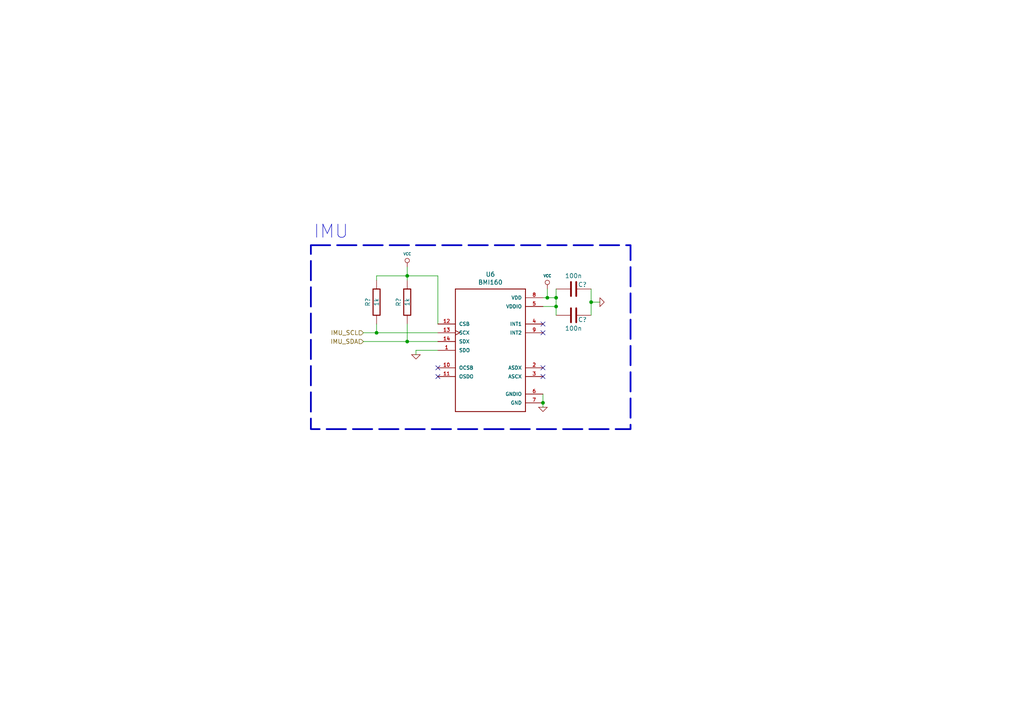
<source format=kicad_sch>
(kicad_sch (version 20231120) (generator "eeschema") (generator_version "8.0")
  (paper "A4")
  (title_block (title "MyVESC") (comment 2 "BREKESHEV BAKTIYAR"))
  (lib_symbols
    (symbol "BLDC_4-rescue:C-RESCUE-BLDC_4" (pin_numbers hide) (pin_names (offset 0.254))
      (property "Reference" "C" (at 0 2.54 0))
      (property "Value" "C-RESCUE-BLDC_4" (at 0.1524 -2.159 0))
      (symbol "C-RESCUE-BLDC_4_0_1"
        (polyline (pts (xy -2.032 -0.762) (xy 2.032 -0.762)) (stroke (width 0.508)))
        (polyline (pts (xy -2.032 0.762) (xy 2.032 0.762)) (stroke (width 0.508)))
      )
      (symbol "C-RESCUE-BLDC_4_1_1"
        (pin passive line (at 0 5.08 270) (length 4.318) (name "~") (number "1"))
        (pin passive line (at 0 -5.08 90) (length 4.318) (name "~") (number "2"))
      )
    )
    (symbol "BLDC_4-rescue:GND-RESCUE-BLDC_4" (power) (pin_names (offset 0))
      (symbol "GND-RESCUE-BLDC_4_0_1"
        (polyline (pts (xy -1.27 0) (xy 0 -1.27) (xy 1.27 0) (xy -1.27 0)))
      )
      (symbol "GND-RESCUE-BLDC_4_1_1"
        (pin power_in line (at 0 0 90) (length 0) hide (name "GND") (number "1"))
      )
    )
    (symbol "BLDC_4-rescue:R-RESCUE-BLDC_4" (pin_numbers hide) (pin_names (offset 0))
      (property "Reference" "R" (at 2.032 0 90))
      (property "Value" "R-RESCUE-BLDC_4" (at 0.1778 0.0254 90))
      (symbol "R-RESCUE-BLDC_4_0_1"
        (rectangle (start -1.016 3.81) (end 1.016 -3.81) (stroke (width 0.3048)))
      )
      (symbol "R-RESCUE-BLDC_4_1_1"
        (pin passive line (at 0 6.35 270) (length 2.54) (name "~") (number "1"))
        (pin passive line (at 0 -6.35 90) (length 2.54) (name "~") (number "2"))
      )
    )
    (symbol "BLDC_4-rescue:VCC" (power) (pin_names (offset 0))
      (property "Value" "VCC" (at 0 3.81 0))
      (symbol "VCC_0_1"
        (polyline (pts (xy 0 0) (xy 0 1.27)))
        (circle (center 0 1.905) (radius 0.635))
      )
      (symbol "VCC_1_1"
        (pin power_in line (at 0 0 90) (length 0) hide (name "VCC") (number "1"))
      )
    )
    (symbol "Cheap-FOCer-2-60mm-rescue:BMI160-IMU" (pin_names (offset 1.016))
      (property "Reference" "U" (at -10.16 18.415 0))
      (property "Value" "BMI160-IMU" (at -10.16 -20.32 0))
      (symbol "BMI160-IMU_0_0"
        (polyline (pts (xy -10.16 -17.78) (xy -10.16 17.78)) (stroke (width 0.254)))
        (polyline (pts (xy -10.16 17.78) (xy 10.16 17.78)) (stroke (width 0.254)))
        (polyline (pts (xy 10.16 -17.78) (xy -10.16 -17.78)) (stroke (width 0.254)))
        (polyline (pts (xy 10.16 17.78) (xy 10.16 -17.78)) (stroke (width 0.254)))
        (pin bidirectional line (at -15.24 0 0) (length 5.08) (name "SDO") (number "1"))
        (pin bidirectional line (at -15.24 -5.08 0) (length 5.08) (name "OCSB") (number "10"))
        (pin bidirectional line (at -15.24 -7.62 0) (length 5.08) (name "OSDO") (number "11"))
        (pin input line (at -15.24 7.62 0) (length 5.08) (name "CSB") (number "12"))
        (pin input clock (at -15.24 5.08 0) (length 5.08) (name "SCX") (number "13"))
        (pin bidirectional line (at -15.24 2.54 0) (length 5.08) (name "SDX") (number "14"))
        (pin bidirectional line (at 15.24 -5.08 180) (length 5.08) (name "ASDX") (number "2"))
        (pin output line (at 15.24 -7.62 180) (length 5.08) (name "ASCX") (number "3"))
        (pin bidirectional line (at 15.24 7.62 180) (length 5.08) (name "INT1") (number "4"))
        (pin power_in line (at 15.24 12.7 180) (length 5.08) (name "VDDIO") (number "5"))
        (pin power_in line (at 15.24 -12.7 180) (length 5.08) (name "GNDIO") (number "6"))
        (pin power_in line (at 15.24 -15.24 180) (length 5.08) (name "GND") (number "7"))
        (pin power_in line (at 15.24 15.24 180) (length 5.08) (name "VDD") (number "8"))
        (pin bidirectional line (at 15.24 5.08 180) (length 5.08) (name "INT2") (number "9"))
      )
    )
  )
  (junction (at 157.48 116.84))
  (junction (at 118.11 80.01))
  (junction (at 161.29 88.9))
  (junction (at 158.75 86.36))
  (junction (at 171.45 87.63))
  (junction (at 118.11 99.06))
  (junction (at 161.29 86.36))
  (junction (at 109.22 96.52))
  (no_connect (at 157.48 96.52))
  (no_connect (at 157.48 109.22))
  (no_connect (at 127 109.22))
  (no_connect (at 127 106.68))
  (no_connect (at 157.48 93.98))
  (no_connect (at 157.48 106.68))
  (wire (pts (xy 118.11 80.01) (xy 127 80.01)))
  (wire (pts (xy 120.65 101.6) (xy 120.65 102.87)))
  (wire (pts (xy 158.75 83.82) (xy 158.75 86.36)))
  (wire (pts (xy 118.11 99.06) (xy 127 99.06)))
  (wire (pts (xy 109.22 81.28) (xy 109.22 80.01)))
  (wire (pts (xy 171.45 87.63) (xy 171.45 91.44)))
  (wire (pts (xy 161.29 86.36) (xy 161.29 88.9)))
  (wire (pts (xy 118.11 80.01) (xy 118.11 77.47)))
  (wire (pts (xy 127 101.6) (xy 120.65 101.6)))
  (wire (pts (xy 118.11 99.06) (xy 105.41 99.06)))
  (wire (pts (xy 157.48 114.3) (xy 157.48 116.84)))
  (wire (pts (xy 118.11 93.98) (xy 118.11 99.06)))
  (wire (pts (xy 109.22 96.52) (xy 109.22 93.98)))
  (wire (pts (xy 157.48 116.84) (xy 157.48 118.11)))
  (wire (pts (xy 158.75 86.36) (xy 161.29 86.36)))
  (wire (pts (xy 171.45 83.82) (xy 171.45 87.63)))
  (wire (pts (xy 127 80.01) (xy 127 93.98)))
  (wire (pts (xy 157.48 86.36) (xy 158.75 86.36)))
  (wire (pts (xy 118.11 81.28) (xy 118.11 80.01)))
  (wire (pts (xy 105.41 96.52) (xy 109.22 96.52)))
  (wire (pts (xy 173.99 87.63) (xy 171.45 87.63)))
  (wire (pts (xy 161.29 88.9) (xy 161.29 91.44)))
  (wire (pts (xy 127 96.52) (xy 109.22 96.52)))
  (wire (pts (xy 157.48 88.9) (xy 161.29 88.9)))
  (wire (pts (xy 161.29 83.82) (xy 161.29 86.36)))
  (wire (pts (xy 109.22 80.01) (xy 118.11 80.01)))
  (rectangle (start 90.17 71.12) (end 182.88 124.46) (stroke (width 0.508) (type dash)))
  (text "IMU\n" (at 96.012 67.31 0) (effects (font (size 3.81 3.81))))
  (hierarchical_label "IMU_SDA" (shape input) (at 105.41 99.06 180))
  (hierarchical_label "IMU_SCL" (shape input) (at 105.41 96.52 180))
  (symbol (lib_id "BLDC_4-rescue:R-RESCUE-BLDC_4") (at 118.11 87.63 180) (unit 1)
    (property "Reference" "R?" (at 115.57 87.63 90))
    (property "Value" "1k" (at 118.11 87.63 90))
    (property "Footprint" "Resistor_SMD:R_0603_1608Metric" (effects (hide yes)))
    (instances (project "Cheap FOCer 2 60mm" (path "" (reference "R?") (unit 1)) (path "" (reference "R70") (unit 1))) (project "MyVesc" (path "" (reference "R14") (unit 1))))
  )
  (symbol (lib_id "BLDC_4-rescue:R-RESCUE-BLDC_4") (at 109.22 87.63 0) (unit 1)
    (property "Reference" "R?" (at 106.68 87.63 90))
    (property "Value" "1k" (at 109.22 87.63 90))
    (property "Footprint" "Resistor_SMD:R_0603_1608Metric" (effects (hide yes)))
    (instances (project "Cheap FOCer 2 60mm" (path "" (reference "R?") (unit 1)) (path "" (reference "R69") (unit 1))) (project "MyVesc" (path "" (reference "R13") (unit 1))))
  )
  (symbol (lib_id "BLDC_4-rescue:GND-RESCUE-BLDC_4") (at 157.48 118.11 0) (unit 1)
    (property "Reference" "#PWR?" (effects (hide yes)))
    (property "Value" "GND" (effects (hide yes)))
    (instances (project "Cheap FOCer 2 60mm" (path "" (reference "#PWR?") (unit 1)) (path "" (reference "#PWR0111") (unit 1)) (path "" (reference "#PWR?") (unit 1))) (project "MyVesc" (path "" (reference "#PWR034") (unit 1))))
  )
  (symbol (lib_id "BLDC_4-rescue:GND-RESCUE-BLDC_4") (at 120.65 102.87 0) (unit 1)
    (property "Reference" "#PWR?" (effects (hide yes)))
    (property "Value" "GND" (effects (hide yes)))
    (instances (project "Cheap FOCer 2 60mm" (path "" (reference "#PWR?") (unit 1)) (path "" (reference "#PWR0110") (unit 1)) (path "" (reference "#PWR?") (unit 1))) (project "MyVesc" (path "" (reference "#PWR033") (unit 1))))
  )
  (symbol (lib_id "Cheap-FOCer-2-60mm-rescue:BMI160-IMU") (at 142.24 101.6 0) (unit 1)
    (property "Reference" "U6" (at 142.24 79.5782 0))
    (property "Value" "BMI160" (at 142.24 81.8896 0))
    (property "Footprint" "Package_LGA:Bosch_LGA-14_3x2.5mm_P0.5mm" (effects (hide yes)))
    (property "Field4" "Bosch" (effects (hide yes)))
    (property "Field5" "Unavailable" (effects (hide yes)))
    (property "Field6" "LGA-14 Bosch" (effects (hide yes)))
    (property "Field7" "None" (effects (hide yes)))
    (property "Field8" "BMI160" (effects (hide yes)))
    (instances (project "Cheap FOCer 2 60mm" (path "" (reference "U6") (unit 1)) (path "" (reference "U6") (unit 1))) (project "MyVesc" (path "" (reference "U2") (unit 1))))
  )
  (symbol (lib_id "BLDC_4-rescue:C-RESCUE-BLDC_4") (at 166.37 83.82 270) (unit 1)
    (property "Reference" "C?" (at 167.64 82.55 90) (effects (justify left)))
    (property "Value" "100n" (at 163.83 80.01 90) (effects (justify left)))
    (property "Footprint" "Capacitor_SMD:C_0603_1608Metric" (effects (hide yes)))
    (instances (project "Cheap FOCer 2 60mm" (path "" (reference "C?") (unit 1)) (path "" (reference "C60") (unit 1)) (path "" (reference "C?") (unit 1))) (project "MyVesc" (path "" (reference "C4") (unit 1))))
  )
  (symbol (lib_id "BLDC_4-rescue:C-RESCUE-BLDC_4") (at 166.37 91.44 270) (unit 1)
    (property "Reference" "C?" (at 167.64 92.71 90) (effects (justify left)))
    (property "Value" "100n" (at 163.83 95.25 90) (effects (justify left)))
    (property "Footprint" "Capacitor_SMD:C_0603_1608Metric" (effects (hide yes)))
    (instances (project "Cheap FOCer 2 60mm" (path "" (reference "C?") (unit 1)) (path "" (reference "C64") (unit 1)) (path "" (reference "C?") (unit 1))) (project "MyVesc" (path "" (reference "C5") (unit 1))))
  )
  (symbol (lib_id "BLDC_4-rescue:VCC") (at 118.11 77.47 0) (unit 1)
    (property "Reference" "#PWR?" (effects (hide yes)))
    (property "Value" "VCC" (at 118.11 73.66 0) (effects (font (size 0.762 0.762))))
    (instances (project "Cheap FOCer 2 60mm" (path "" (reference "#PWR?") (unit 1)) (path "" (reference "#PWR0108") (unit 1))) (project "MyVesc" (path "" (reference "#PWR030") (unit 1))))
  )
  (symbol (lib_id "BLDC_4-rescue:VCC") (at 158.75 83.82 0) (unit 1)
    (property "Reference" "#PWR?" (effects (hide yes)))
    (property "Value" "VCC" (at 158.75 80.01 0) (effects (font (size 0.762 0.762))))
    (instances (project "Cheap FOCer 2 60mm" (path "" (reference "#PWR?") (unit 1)) (path "" (reference "#PWR0109") (unit 1))) (project "MyVesc" (path "" (reference "#PWR031") (unit 1))))
  )
  (symbol (lib_id "BLDC_4-rescue:GND-RESCUE-BLDC_4") (at 173.99 87.63 90) (unit 1)
    (property "Reference" "#PWR?" (effects (hide yes)))
    (property "Value" "GND" (effects (hide yes)))
    (instances (project "Cheap FOCer 2 60mm" (path "" (reference "#PWR?") (unit 1)) (path "" (reference "#PWR0106") (unit 1)) (path "" (reference "#PWR?") (unit 1))) (project "MyVesc" (path "" (reference "#PWR032") (unit 1))))
  )
)
</source>
